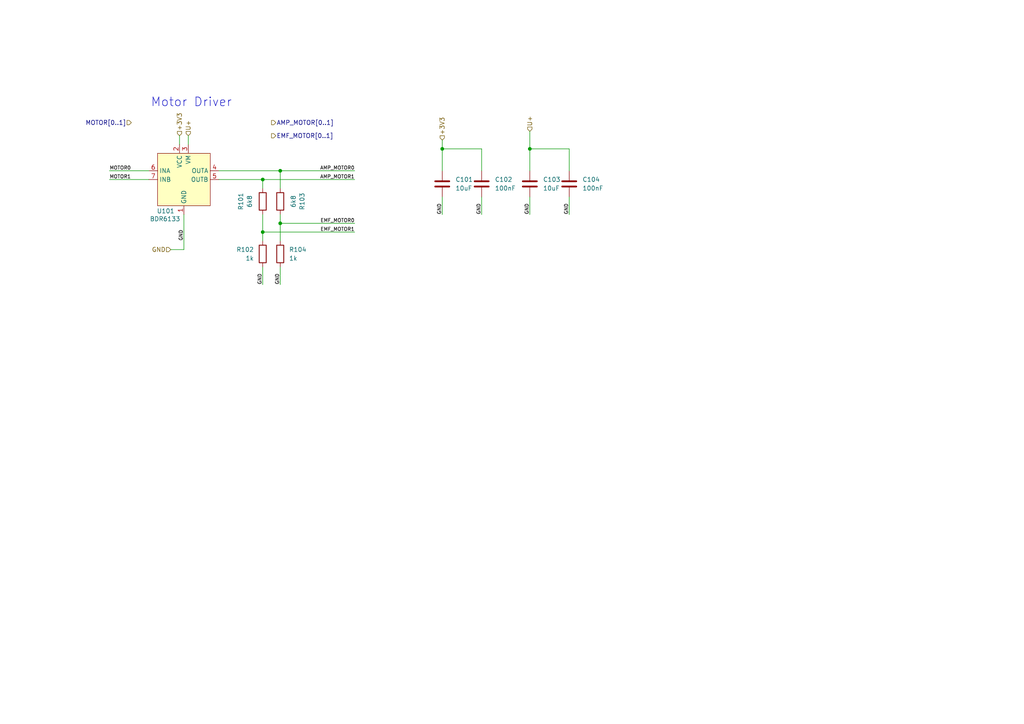
<source format=kicad_sch>
(kicad_sch (version 20231120) (generator "eeschema") (generator_version "8.0")
  (paper "A4")
  (title_block (title "xDuinoRail - LocDecoder - Development Kit") (date "2024-10-09") (rev "v0.2") (company "Chatelain Engineering, Bern - CH"))
  (lib_symbols
    (symbol "BDR6133:BDR6133"
      (property "Reference" "U" (at -7.112 -10.922 0))
      (property "Value" "BDR6133" (at -3.302 -8.89 0))
      (symbol "BDR6133_0_0"
        (pin power_in line (at 0 -10.16 90) (length 2.54) (name "GND") (number "1"))
        (pin power_in line (at -1.27 10.16 270) (length 2.54) (name "VCC") (number "2"))
        (pin power_in line (at 1.27 10.16 270) (length 2.54) (name "VM") (number "3"))
        (pin output line (at 10.16 2.54 180) (length 2.54) (name "OUTA") (number "4"))
        (pin output line (at 10.16 0 180) (length 2.54) (name "OUTB") (number "5"))
        (pin input line (at -10.16 2.54 0) (length 2.54) (name "INA") (number "6"))
        (pin input line (at -10.16 0 0) (length 2.54) (name "INB") (number "7"))
      )
      (symbol "BDR6133_1_0"
        (pin no_connect line (at -10.16 -2.54 0) (length 2.54) hide (name "NC") (number "8"))
        (pin power_in line (at 0 -10.16 90) (length 2.54) hide (name "PGND") (number "9"))
      )
      (symbol "BDR6133_1_1"
        (rectangle (start -7.62 7.62) (end 7.62 -7.62) (fill (type background)))
      )
    )
    (symbol "Device:C" (pin_numbers hide) (pin_names (offset 0.254))
      (property "Reference" "C" (at 0.635 2.54 0))
      (property "Value" "C" (at 0.635 -2.54 0))
      (symbol "C_0_1"
        (polyline (pts (xy -2.032 -0.762) (xy 2.032 -0.762)) (stroke (width 0.508)))
        (polyline (pts (xy -2.032 0.762) (xy 2.032 0.762)) (stroke (width 0.508)))
      )
      (symbol "C_1_1"
        (pin passive line (at 0 3.81 270) (length 2.794) (name "~") (number "1"))
        (pin passive line (at 0 -3.81 90) (length 2.794) (name "~") (number "2"))
      )
    )
    (symbol "Device:R" (pin_numbers hide) (pin_names (offset 0))
      (property "Reference" "R" (at 2.032 0 90))
      (property "Value" "R" (at 0 0 90))
      (symbol "R_0_1"
        (rectangle (start -1.016 -2.54) (end 1.016 2.54) (stroke (width 0.254)))
      )
      (symbol "R_1_1"
        (pin passive line (at 0 3.81 270) (length 1.27) (name "~") (number "1"))
        (pin passive line (at 0 -3.81 90) (length 1.27) (name "~") (number "2"))
      )
    )
  )
  (junction (at 76.2 52.07))
  (junction (at 153.67 43.18))
  (junction (at 128.27 43.18))
  (junction (at 81.28 64.77))
  (junction (at 76.2 67.31))
  (junction (at 81.28 49.53))
  (wire (pts (xy 76.2 67.31) (xy 102.87 67.31)))
  (wire (pts (xy 76.2 52.07) (xy 76.2 54.61)))
  (wire (pts (xy 81.28 62.23) (xy 81.28 64.77)))
  (wire (pts (xy 76.2 52.07) (xy 102.87 52.07)))
  (wire (pts (xy 165.1 57.15) (xy 165.1 62.23)))
  (wire (pts (xy 81.28 77.47) (xy 81.28 82.55)))
  (wire (pts (xy 153.67 57.15) (xy 153.67 62.23)))
  (wire (pts (xy 31.75 52.07) (xy 43.18 52.07)))
  (wire (pts (xy 139.7 57.15) (xy 139.7 62.23)))
  (wire (pts (xy 54.61 39.37) (xy 54.61 41.91)))
  (wire (pts (xy 128.27 49.53) (xy 128.27 43.18)))
  (wire (pts (xy 128.27 57.15) (xy 128.27 62.23)))
  (wire (pts (xy 76.2 69.85) (xy 76.2 67.31)))
  (wire (pts (xy 81.28 49.53) (xy 81.28 54.61)))
  (wire (pts (xy 165.1 49.53) (xy 165.1 43.18)))
  (wire (pts (xy 63.5 49.53) (xy 81.28 49.53)))
  (wire (pts (xy 63.5 52.07) (xy 76.2 52.07)))
  (wire (pts (xy 128.27 43.18) (xy 139.7 43.18)))
  (wire (pts (xy 31.75 49.53) (xy 43.18 49.53)))
  (wire (pts (xy 53.34 72.39) (xy 53.34 62.23)))
  (wire (pts (xy 81.28 49.53) (xy 102.87 49.53)))
  (wire (pts (xy 52.07 39.37) (xy 52.07 41.91)))
  (wire (pts (xy 76.2 82.55) (xy 76.2 77.47)))
  (wire (pts (xy 81.28 64.77) (xy 102.87 64.77)))
  (wire (pts (xy 153.67 43.18) (xy 153.67 49.53)))
  (wire (pts (xy 153.67 43.18) (xy 165.1 43.18)))
  (wire (pts (xy 81.28 69.85) (xy 81.28 64.77)))
  (wire (pts (xy 139.7 49.53) (xy 139.7 43.18)))
  (wire (pts (xy 153.67 38.1) (xy 153.67 43.18)))
  (wire (pts (xy 128.27 40.64) (xy 128.27 43.18)))
  (wire (pts (xy 76.2 62.23) (xy 76.2 67.31)))
  (wire (pts (xy 49.53 72.39) (xy 53.34 72.39)))
  (text "Motor Driver" (at 43.688 31.242 0) (effects (font (size 2.54 2.54)) (justify left bottom)))
  (label "GND" (at 153.67 62.23 90) (effects (font (size 1.016 1.016))))
  (label "GND" (at 76.2 82.55 90) (effects (font (size 1.016 1.016))))
  (label "AMP_MOTOR0" (at 102.87 49.53 180) (effects (font (size 1.016 1.016))))
  (label "EMF_MOTOR0" (at 102.87 64.77 180) (effects (font (size 1.016 1.016))))
  (label "EMF_MOTOR1" (at 102.87 67.31 180) (effects (font (size 1.016 1.016))))
  (label "AMP_MOTOR1" (at 102.87 52.07 180) (effects (font (size 1.016 1.016))))
  (label "GND" (at 165.1 62.23 90) (effects (font (size 1.016 1.016))))
  (label "MOTOR0" (at 31.75 49.53 0) (effects (font (size 1.016 1.016))))
  (label "GND" (at 139.7 62.23 90) (effects (font (size 1.016 1.016))))
  (label "MOTOR1" (at 31.75 52.07 0) (effects (font (size 1.016 1.016))))
  (label "GND" (at 128.27 62.23 90) (effects (font (size 1.016 1.016))))
  (label "GND" (at 81.28 82.55 90) (effects (font (size 1.016 1.016))))
  (label "GND" (at 53.34 69.85 90) (effects (font (size 1.016 1.016))))
  (hierarchical_label "EMF_MOTOR[0..1]" (shape output) (at 78.74 39.37 0))
  (hierarchical_label "U+" (shape input) (at 54.61 39.37 90))
  (hierarchical_label "MOTOR[0..1]" (shape input) (at 38.1 35.56 180))
  (hierarchical_label "AMP_MOTOR[0..1]" (shape output) (at 78.74 35.56 0))
  (hierarchical_label "U+" (shape input) (at 153.67 38.1 90))
  (hierarchical_label "GND" (shape input) (at 49.53 72.39 180))
  (hierarchical_label "+3V3" (shape input) (at 52.07 39.37 90))
  (hierarchical_label "+3V3" (shape input) (at 128.27 40.64 90))
  (symbol (lib_id "BDR6133:BDR6133") (at 53.34 52.07 0) (unit 1) (exclude_from_sim yes)
    (property "Reference" "U101" (at 45.466 61.214 0) (effects (justify left)))
    (property "Value" "BDR6133" (at 43.434 63.5 0) (effects (justify left)))
    (property "Footprint" "BDR6133:BDR6133" (effects (hide yes)))
    (property "OLI_ID" "BDR6133_SOP-8" (effects (hide yes)))
  )
  (symbol (lib_id "Device:R") (at 76.2 58.42 0) (mirror x) (unit 1)
    (property "Reference" "R101" (at 69.85 58.42 90))
    (property "Value" "6k8" (at 72.39 58.42 90))
    (property "Footprint" "Resistor_SMD:R_0805_2012Metric_Pad1.20x1.40mm_HandSolder" (effects (hide yes)))
    (property "Description" "Resistor" (effects (hide yes)))
    (property "OLI_ID" "6k8_0805" (effects (hide yes)))
    (property "Sim.Device" "R" (effects (hide yes)))
    (property "Sim.Pins" "1=+ 2=-" (effects (hide yes)))
  )
  (symbol (lib_id "Device:C") (at 165.1 53.34 0) (unit 1)
    (property "Reference" "C104" (at 168.91 52.0699 0) (effects (justify left)))
    (property "Value" "100nF" (at 168.91 54.6099 0) (effects (justify left)))
    (property "Footprint" "Capacitor_SMD:C_0805_2012Metric_Pad1.18x1.45mm_HandSolder" (effects (hide yes)))
    (property "Description" "Unpolarized capacitor" (effects (hide yes)))
    (property "Sim.Device" "C" (effects (hide yes)))
    (property "Sim.Pins" "1=+ 2=-" (effects (hide yes)))
    (property "OLI_ID" "100nF_0805" (effects (hide yes)))
  )
  (symbol (lib_id "Device:R") (at 81.28 58.42 180) (unit 1)
    (property "Reference" "R103" (at 87.63 58.42 90))
    (property "Value" "6k8" (at 85.09 58.42 90))
    (property "Footprint" "Resistor_SMD:R_0805_2012Metric_Pad1.20x1.40mm_HandSolder" (effects (hide yes)))
    (property "Description" "Resistor" (effects (hide yes)))
    (property "OLI_ID" "6k8_0805" (effects (hide yes)))
    (property "Sim.Device" "R" (effects (hide yes)))
    (property "Sim.Pins" "1=+ 2=-" (effects (hide yes)))
  )
  (symbol (lib_id "Device:R") (at 76.2 73.66 0) (mirror y) (unit 1)
    (property "Reference" "R102" (at 73.66 72.3899 0) (effects (justify left)))
    (property "Value" "1k" (at 73.66 74.9299 0) (effects (justify left)))
    (property "Footprint" "Resistor_SMD:R_0805_2012Metric_Pad1.20x1.40mm_HandSolder" (effects (hide yes)))
    (property "Description" "Resistor" (effects (hide yes)))
    (property "OLI_ID" "1k_0805" (effects (hide yes)))
    (property "Sim.Device" "R" (effects (hide yes)))
    (property "Sim.Pins" "1=+ 2=-" (effects (hide yes)))
  )
  (symbol (lib_id "Device:C") (at 153.67 53.34 0) (unit 1)
    (property "Reference" "C103" (at 157.48 52.0699 0) (effects (justify left)))
    (property "Value" "10uF" (at 157.48 54.6099 0) (effects (justify left)))
    (property "Footprint" "Capacitor_SMD:C_0805_2012Metric_Pad1.18x1.45mm_HandSolder" (effects (hide yes)))
    (property "Description" "Unpolarized capacitor" (effects (hide yes)))
    (property "Sim.Device" "C" (effects (hide yes)))
    (property "Sim.Pins" "1=+ 2=-" (effects (hide yes)))
    (property "OLI_ID" "10uF_0805" (effects (hide yes)))
  )
  (symbol (lib_id "Device:C") (at 139.7 53.34 0) (unit 1)
    (property "Reference" "C102" (at 143.51 52.0699 0) (effects (justify left)))
    (property "Value" "100nF" (at 143.51 54.6099 0) (effects (justify left)))
    (property "Footprint" "Capacitor_SMD:C_0805_2012Metric_Pad1.18x1.45mm_HandSolder" (effects (hide yes)))
    (property "Description" "Unpolarized capacitor" (effects (hide yes)))
    (property "Sim.Device" "C" (effects (hide yes)))
    (property "Sim.Pins" "1=+ 2=-" (effects (hide yes)))
    (property "OLI_ID" "100nF_0805" (effects (hide yes)))
  )
  (symbol (lib_id "Device:C") (at 128.27 53.34 0) (unit 1)
    (property "Reference" "C101" (at 132.08 52.0699 0) (effects (justify left)))
    (property "Value" "10uF" (at 132.08 54.6099 0) (effects (justify left)))
    (property "Footprint" "Capacitor_SMD:C_0805_2012Metric_Pad1.18x1.45mm_HandSolder" (effects (hide yes)))
    (property "Description" "Unpolarized capacitor" (effects (hide yes)))
    (property "Sim.Device" "C" (effects (hide yes)))
    (property "Sim.Pins" "1=+ 2=-" (effects (hide yes)))
    (property "OLI_ID" "10uF_0805" (effects (hide yes)))
  )
  (symbol (lib_id "Device:R") (at 81.28 73.66 0) (unit 1)
    (property "Reference" "R104" (at 83.82 72.3899 0) (effects (justify left)))
    (property "Value" "1k" (at 83.82 74.9299 0) (effects (justify left)))
    (property "Footprint" "Resistor_SMD:R_0805_2012Metric_Pad1.20x1.40mm_HandSolder" (effects (hide yes)))
    (property "Description" "Resistor" (effects (hide yes)))
    (property "OLI_ID" "1k_0805" (effects (hide yes)))
    (property "Sim.Device" "R" (effects (hide yes)))
    (property "Sim.Pins" "1=+ 2=-" (effects (hide yes)))
  )
)
</source>
